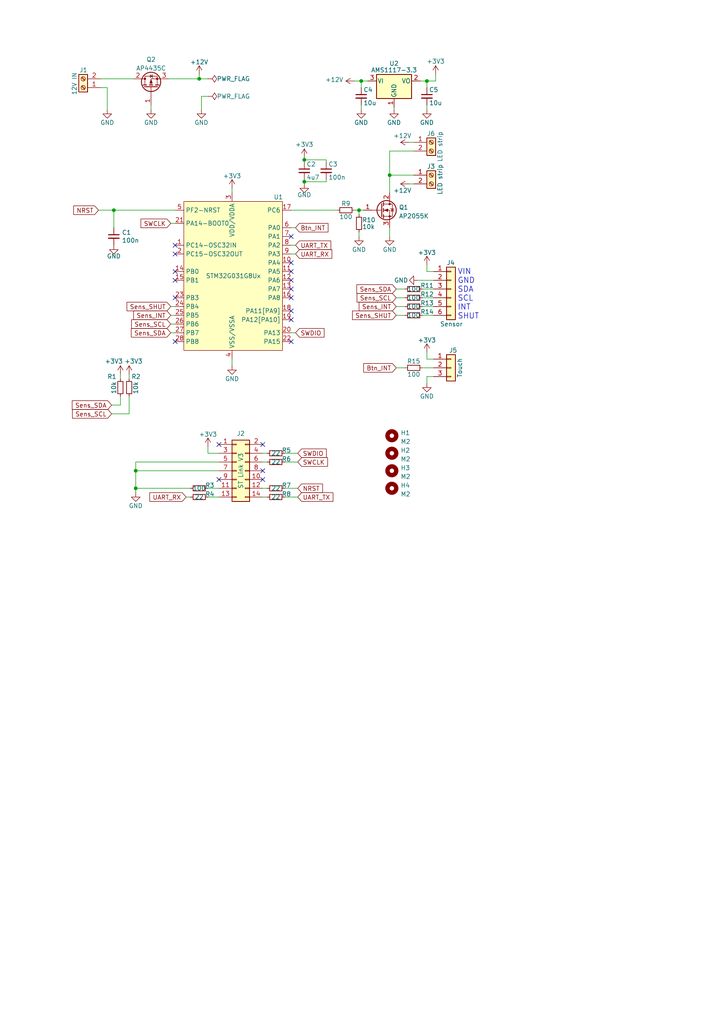
<source format=kicad_sch>
(kicad_sch (version 20211123) (generator eeschema)
  (paper "A4" portrait)
  (title_block (title "DiLight") (date "2022-08-23") (rev "1.1") (company "Anton Mukhin"))
  (lib_symbols
    (symbol "Connector:Screw_Terminal_01x02" (pin_names (offset 1.016) hide)
      (property "Reference" "J" (at 0 2.54 0))
      (property "Value" "Screw_Terminal_01x02" (at 0 -5.08 0))
      (symbol "Screw_Terminal_01x02_1_1"
        (rectangle (start -1.27 1.27) (end 1.27 -3.81) (stroke (width 0.254)) (fill (type background)))
        (circle (center 0 -2.54) (radius 0.635) (stroke (width 0.1524)))
        (polyline (pts (xy -0.5334 -2.2098) (xy 0.3302 -3.048)) (stroke (width 0.1524)))
        (polyline (pts (xy -0.5334 0.3302) (xy 0.3302 -0.508)) (stroke (width 0.1524)))
        (polyline (pts (xy -0.3556 -2.032) (xy 0.508 -2.8702)) (stroke (width 0.1524)))
        (polyline (pts (xy -0.3556 0.508) (xy 0.508 -0.3302)) (stroke (width 0.1524)))
        (circle (center 0 0) (radius 0.635) (stroke (width 0.1524)))
        (pin passive line (at -5.08 0 0) (length 3.81) (name "Pin_1") (number "1"))
        (pin passive line (at -5.08 -2.54 0) (length 3.81) (name "Pin_2") (number "2"))
      )
    )
    (symbol "Connector_Generic:Conn_01x03" (pin_names (offset 1.016) hide)
      (property "Reference" "J" (at 0 5.08 0))
      (property "Value" "Conn_01x03" (at 0 -5.08 0))
      (symbol "Conn_01x03_1_1"
        (rectangle (start -1.27 -2.413) (end 0 -2.667) (stroke (width 0.1524)))
        (rectangle (start -1.27 0.127) (end 0 -0.127) (stroke (width 0.1524)))
        (rectangle (start -1.27 2.667) (end 0 2.413) (stroke (width 0.1524)))
        (rectangle (start -1.27 3.81) (end 1.27 -3.81) (stroke (width 0.254)) (fill (type background)))
        (pin passive line (at -5.08 2.54 0) (length 3.81) (name "Pin_1") (number "1"))
        (pin passive line (at -5.08 0 0) (length 3.81) (name "Pin_2") (number "2"))
        (pin passive line (at -5.08 -2.54 0) (length 3.81) (name "Pin_3") (number "3"))
      )
    )
    (symbol "Connector_Generic:Conn_01x06" (pin_names (offset 1.016) hide)
      (property "Reference" "J" (at 0 7.62 0))
      (property "Value" "Conn_01x06" (at 0 -10.16 0))
      (symbol "Conn_01x06_1_1"
        (rectangle (start -1.27 -7.493) (end 0 -7.747) (stroke (width 0.1524)))
        (rectangle (start -1.27 -4.953) (end 0 -5.207) (stroke (width 0.1524)))
        (rectangle (start -1.27 -2.413) (end 0 -2.667) (stroke (width 0.1524)))
        (rectangle (start -1.27 0.127) (end 0 -0.127) (stroke (width 0.1524)))
        (rectangle (start -1.27 2.667) (end 0 2.413) (stroke (width 0.1524)))
        (rectangle (start -1.27 5.207) (end 0 4.953) (stroke (width 0.1524)))
        (rectangle (start -1.27 6.35) (end 1.27 -8.89) (stroke (width 0.254)) (fill (type background)))
        (pin passive line (at -5.08 5.08 0) (length 3.81) (name "Pin_1") (number "1"))
        (pin passive line (at -5.08 2.54 0) (length 3.81) (name "Pin_2") (number "2"))
        (pin passive line (at -5.08 0 0) (length 3.81) (name "Pin_3") (number "3"))
        (pin passive line (at -5.08 -2.54 0) (length 3.81) (name "Pin_4") (number "4"))
        (pin passive line (at -5.08 -5.08 0) (length 3.81) (name "Pin_5") (number "5"))
        (pin passive line (at -5.08 -7.62 0) (length 3.81) (name "Pin_6") (number "6"))
      )
    )
    (symbol "Connector_Generic:Conn_02x07_Odd_Even" (pin_names (offset 1.016) hide)
      (property "Reference" "J" (at 1.27 10.16 0))
      (property "Value" "Conn_02x07_Odd_Even" (at 1.27 -10.16 0))
      (symbol "Conn_02x07_Odd_Even_1_1"
        (rectangle (start -1.27 -7.493) (end 0 -7.747) (stroke (width 0.1524)))
        (rectangle (start -1.27 -4.953) (end 0 -5.207) (stroke (width 0.1524)))
        (rectangle (start -1.27 -2.413) (end 0 -2.667) (stroke (width 0.1524)))
        (rectangle (start -1.27 0.127) (end 0 -0.127) (stroke (width 0.1524)))
        (rectangle (start -1.27 2.667) (end 0 2.413) (stroke (width 0.1524)))
        (rectangle (start -1.27 5.207) (end 0 4.953) (stroke (width 0.1524)))
        (rectangle (start -1.27 7.747) (end 0 7.493) (stroke (width 0.1524)))
        (rectangle (start -1.27 8.89) (end 3.81 -8.89) (stroke (width 0.254)) (fill (type background)))
        (rectangle (start 3.81 -7.493) (end 2.54 -7.747) (stroke (width 0.1524)))
        (rectangle (start 3.81 -4.953) (end 2.54 -5.207) (stroke (width 0.1524)))
        (rectangle (start 3.81 -2.413) (end 2.54 -2.667) (stroke (width 0.1524)))
        (rectangle (start 3.81 0.127) (end 2.54 -0.127) (stroke (width 0.1524)))
        (rectangle (start 3.81 2.667) (end 2.54 2.413) (stroke (width 0.1524)))
        (rectangle (start 3.81 5.207) (end 2.54 4.953) (stroke (width 0.1524)))
        (rectangle (start 3.81 7.747) (end 2.54 7.493) (stroke (width 0.1524)))
        (pin passive line (at -5.08 7.62 0) (length 3.81) (name "Pin_1") (number "1"))
        (pin passive line (at 7.62 -2.54 180) (length 3.81) (name "Pin_10") (number "10"))
        (pin passive line (at -5.08 -5.08 0) (length 3.81) (name "Pin_11") (number "11"))
        (pin passive line (at 7.62 -5.08 180) (length 3.81) (name "Pin_12") (number "12"))
        (pin passive line (at -5.08 -7.62 0) (length 3.81) (name "Pin_13") (number "13"))
        (pin passive line (at 7.62 -7.62 180) (length 3.81) (name "Pin_14") (number "14"))
        (pin passive line (at 7.62 7.62 180) (length 3.81) (name "Pin_2") (number "2"))
        (pin passive line (at -5.08 5.08 0) (length 3.81) (name "Pin_3") (number "3"))
        (pin passive line (at 7.62 5.08 180) (length 3.81) (name "Pin_4") (number "4"))
        (pin passive line (at -5.08 2.54 0) (length 3.81) (name "Pin_5") (number "5"))
        (pin passive line (at 7.62 2.54 180) (length 3.81) (name "Pin_6") (number "6"))
        (pin passive line (at -5.08 0 0) (length 3.81) (name "Pin_7") (number "7"))
        (pin passive line (at 7.62 0 180) (length 3.81) (name "Pin_8") (number "8"))
        (pin passive line (at -5.08 -2.54 0) (length 3.81) (name "Pin_9") (number "9"))
      )
    )
    (symbol "Device:C_Small" (pin_numbers hide) (pin_names (offset 0.254) hide)
      (property "Reference" "C" (at 0.254 1.778 0))
      (property "Value" "C_Small" (at 0.254 -2.032 0))
      (symbol "C_Small_0_1"
        (polyline (pts (xy -1.524 -0.508) (xy 1.524 -0.508)) (stroke (width 0.3302)))
        (polyline (pts (xy -1.524 0.508) (xy 1.524 0.508)) (stroke (width 0.3048)))
      )
      (symbol "C_Small_1_1"
        (pin passive line (at 0 2.54 270) (length 2.032) (name "~") (number "1"))
        (pin passive line (at 0 -2.54 90) (length 2.032) (name "~") (number "2"))
      )
    )
    (symbol "Device:Q_NMOS_GDS" (pin_names (offset 0) hide)
      (property "Reference" "Q" (at 5.08 1.27 0))
      (property "Value" "Q_NMOS_GDS" (at 5.08 -1.27 0))
      (symbol "Q_NMOS_GDS_0_1"
        (polyline (pts (xy 0.254 0) (xy -2.54 0)))
        (polyline (pts (xy 0.254 1.905) (xy 0.254 -1.905)) (stroke (width 0.254)))
        (polyline (pts (xy 0.762 -1.27) (xy 0.762 -2.286)) (stroke (width 0.254)))
        (polyline (pts (xy 0.762 0.508) (xy 0.762 -0.508)) (stroke (width 0.254)))
        (polyline (pts (xy 0.762 2.286) (xy 0.762 1.27)) (stroke (width 0.254)))
        (polyline (pts (xy 2.54 2.54) (xy 2.54 1.778)))
        (polyline (pts (xy 2.54 -2.54) (xy 2.54 0) (xy 0.762 0)))
        (polyline (pts (xy 0.762 -1.778) (xy 3.302 -1.778) (xy 3.302 1.778) (xy 0.762 1.778)))
        (polyline (pts (xy 1.016 0) (xy 2.032 0.381) (xy 2.032 -0.381) (xy 1.016 0)) (fill (type outline)))
        (polyline (pts (xy 2.794 0.508) (xy 2.921 0.381) (xy 3.683 0.381) (xy 3.81 0.254)))
        (polyline (pts (xy 3.302 0.381) (xy 2.921 -0.254) (xy 3.683 -0.254) (xy 3.302 0.381)))
        (circle (center 1.651 0) (radius 2.794) (stroke (width 0.254)))
        (circle (center 2.54 -1.778) (radius 0.254) (fill (type outline)))
        (circle (center 2.54 1.778) (radius 0.254) (fill (type outline)))
      )
      (symbol "Q_NMOS_GDS_1_1"
        (pin input line (at -5.08 0 0) (length 2.54) (name "G") (number "1"))
        (pin passive line (at 2.54 5.08 270) (length 2.54) (name "D") (number "2"))
        (pin passive line (at 2.54 -5.08 90) (length 2.54) (name "S") (number "3"))
      )
    )
    (symbol "Device:Q_PMOS_GDS" (pin_names (offset 0) hide)
      (property "Reference" "Q" (at 5.08 1.27 0))
      (property "Value" "Q_PMOS_GDS" (at 5.08 -1.27 0))
      (symbol "Q_PMOS_GDS_0_1"
        (polyline (pts (xy 0.254 0) (xy -2.54 0)))
        (polyline (pts (xy 0.254 1.905) (xy 0.254 -1.905)) (stroke (width 0.254)))
        (polyline (pts (xy 0.762 -1.27) (xy 0.762 -2.286)) (stroke (width 0.254)))
        (polyline (pts (xy 0.762 0.508) (xy 0.762 -0.508)) (stroke (width 0.254)))
        (polyline (pts (xy 0.762 2.286) (xy 0.762 1.27)) (stroke (width 0.254)))
        (polyline (pts (xy 2.54 2.54) (xy 2.54 1.778)))
        (polyline (pts (xy 2.54 -2.54) (xy 2.54 0) (xy 0.762 0)))
        (polyline (pts (xy 0.762 1.778) (xy 3.302 1.778) (xy 3.302 -1.778) (xy 0.762 -1.778)))
        (polyline (pts (xy 2.286 0) (xy 1.27 0.381) (xy 1.27 -0.381) (xy 2.286 0)) (fill (type outline)))
        (polyline (pts (xy 2.794 -0.508) (xy 2.921 -0.381) (xy 3.683 -0.381) (xy 3.81 -0.254)))
        (polyline (pts (xy 3.302 -0.381) (xy 2.921 0.254) (xy 3.683 0.254) (xy 3.302 -0.381)))
        (circle (center 1.651 0) (radius 2.794) (stroke (width 0.254)))
        (circle (center 2.54 -1.778) (radius 0.254) (fill (type outline)))
        (circle (center 2.54 1.778) (radius 0.254) (fill (type outline)))
      )
      (symbol "Q_PMOS_GDS_1_1"
        (pin input line (at -5.08 0 0) (length 2.54) (name "G") (number "1"))
        (pin passive line (at 2.54 5.08 270) (length 2.54) (name "D") (number "2"))
        (pin passive line (at 2.54 -5.08 90) (length 2.54) (name "S") (number "3"))
      )
    )
    (symbol "Device:R_Small" (pin_numbers hide) (pin_names (offset 0.254) hide)
      (property "Reference" "R" (at 0.762 0.508 0))
      (property "Value" "R_Small" (at 0.762 -1.016 0))
      (symbol "R_Small_0_1"
        (rectangle (start -0.762 1.778) (end 0.762 -1.778) (stroke (width 0.2032)))
      )
      (symbol "R_Small_1_1"
        (pin passive line (at 0 2.54 270) (length 0.762) (name "~") (number "1"))
        (pin passive line (at 0 -2.54 90) (length 0.762) (name "~") (number "2"))
      )
    )
    (symbol "Mechanical:MountingHole" (pin_names (offset 1.016))
      (property "Reference" "H" (at 0 5.08 0))
      (property "Value" "MountingHole" (at 0 3.175 0))
      (symbol "MountingHole_0_1"
        (circle (center 0 0) (radius 1.27) (stroke (width 1.27)))
      )
    )
    (symbol "Regulator_Linear:AMS1117-3.3" (pin_names (offset 0.254))
      (property "Reference" "U" (at -3.81 3.175 0))
      (property "Value" "AMS1117-3.3" (at 0 3.175 0))
      (symbol "AMS1117-3.3_0_1"
        (rectangle (start -5.08 -5.08) (end 5.08 1.905) (stroke (width 0.254)) (fill (type background)))
      )
      (symbol "AMS1117-3.3_1_1"
        (pin power_in line (at 0 -7.62 90) (length 2.54) (name "GND") (number "1"))
        (pin power_out line (at 7.62 0 180) (length 2.54) (name "VO") (number "2"))
        (pin power_in line (at -7.62 0 0) (length 2.54) (name "VI") (number "3"))
      )
    )
    (symbol "my_additions:STM32G031G8Ux"
      (property "Reference" "U" (at -13.97 21.59 0))
      (property "Value" "STM32G031G8Ux" (at 1.905 21.59 0))
      (symbol "STM32G031G8Ux_0_1"
        (rectangle (start -13.97 20.32) (end 14.605 -22.86) (fill (type background)))
      )
      (symbol "STM32G031G8Ux_1_1"
        (pin bidirectional line (at -16.51 7.62 0) (length 2.54) (name "PC14-OSC32IN") (number "1"))
        (pin bidirectional line (at 17.145 2.54 180) (length 2.54) (name "PA4") (number "10"))
        (pin bidirectional line (at 17.145 0 180) (length 2.54) (name "PA5") (number "11"))
        (pin bidirectional line (at 17.145 -2.54 180) (length 2.54) (name "PA6") (number "12"))
        (pin bidirectional line (at 17.145 -5.08 180) (length 2.54) (name "PA7") (number "13"))
        (pin bidirectional line (at -16.51 0 0) (length 2.54) (name "PB0") (number "14"))
        (pin bidirectional line (at -16.51 -2.54 0) (length 2.54) (name "PB1") (number "15"))
        (pin bidirectional line (at 17.145 -7.62 180) (length 2.54) (name "PA8") (number "16"))
        (pin bidirectional line (at 17.145 17.78 180) (length 2.54) (name "PC6") (number "17"))
        (pin bidirectional line (at 17.145 -11.43 180) (length 2.54) (name "PA11[PA9]") (number "18"))
        (pin bidirectional line (at 17.145 -13.97 180) (length 2.54) (name "PA12[PA10]") (number "19"))
        (pin bidirectional line (at -16.51 5.08 0) (length 2.54) (name "PC15-OSC32OUT") (number "2"))
        (pin bidirectional line (at 17.145 -17.78 180) (length 2.54) (name "PA13") (number "20"))
        (pin bidirectional line (at -16.51 13.97 0) (length 2.54) (name "PA14-BOOT0") (number "21"))
        (pin bidirectional line (at 17.145 -20.32 180) (length 2.54) (name "PA15") (number "22"))
        (pin bidirectional line (at -16.51 -7.62 0) (length 2.54) (name "PB3") (number "23"))
        (pin bidirectional line (at -16.51 -10.16 0) (length 2.54) (name "PB4") (number "24"))
        (pin bidirectional line (at -16.51 -12.7 0) (length 2.54) (name "PB5") (number "25"))
        (pin bidirectional line (at -16.51 -15.24 0) (length 2.54) (name "PB6") (number "26"))
        (pin bidirectional line (at -16.51 -17.78 0) (length 2.54) (name "PB7") (number "27"))
        (pin bidirectional line (at -16.51 -20.32 0) (length 2.54) (name "PB8") (number "28"))
        (pin power_in line (at 0 22.86 270) (length 2.54) (name "VDD/VDDA") (number "3"))
        (pin power_in line (at 0 -25.4 90) (length 2.54) (name "VSS/VSSA") (number "4"))
        (pin bidirectional line (at -16.51 17.78 0) (length 2.54) (name "PF2-NRST") (number "5"))
        (pin bidirectional line (at 17.145 12.7 180) (length 2.54) (name "PA0") (number "6"))
        (pin bidirectional line (at 17.145 10.16 180) (length 2.54) (name "PA1") (number "7"))
        (pin bidirectional line (at 17.145 7.62 180) (length 2.54) (name "PA2") (number "8"))
        (pin bidirectional line (at 17.145 5.08 180) (length 2.54) (name "PA3") (number "9"))
      )
    )
    (symbol "power:+12V" (power) (pin_names (offset 0))
      (property "Value" "+12V" (at 0 3.556 0))
      (symbol "+12V_0_1"
        (polyline (pts (xy -0.762 1.27) (xy 0 2.54)))
        (polyline (pts (xy 0 0) (xy 0 2.54)))
        (polyline (pts (xy 0 2.54) (xy 0.762 1.27)))
      )
      (symbol "+12V_1_1"
        (pin power_in line (at 0 0 90) (length 0) hide (name "+12V") (number "1"))
      )
    )
    (symbol "power:+3V3" (power) (pin_names (offset 0))
      (property "Value" "+3V3" (at 0 3.556 0))
      (symbol "+3V3_0_1"
        (polyline (pts (xy -0.762 1.27) (xy 0 2.54)))
        (polyline (pts (xy 0 0) (xy 0 2.54)))
        (polyline (pts (xy 0 2.54) (xy 0.762 1.27)))
      )
      (symbol "+3V3_1_1"
        (pin power_in line (at 0 0 90) (length 0) hide (name "+3V3") (number "1"))
      )
    )
    (symbol "power:GND" (power) (pin_names (offset 0))
      (property "Value" "GND" (at 0 -3.81 0))
      (symbol "GND_0_1"
        (polyline (pts (xy 0 0) (xy 0 -1.27) (xy 1.27 -1.27) (xy 0 -2.54) (xy -1.27 -1.27) (xy 0 -1.27)))
      )
      (symbol "GND_1_1"
        (pin power_in line (at 0 0 270) (length 0) hide (name "GND") (number "1"))
      )
    )
    (symbol "power:PWR_FLAG" (power) (pin_numbers hide) (pin_names (offset 0) hide)
      (property "Value" "PWR_FLAG" (at 0 3.81 0))
      (symbol "PWR_FLAG_0_0"
        (pin power_out line (at 0 0 90) (length 0) (name "pwr") (number "1"))
      )
      (symbol "PWR_FLAG_0_1"
        (polyline (pts (xy 0 0) (xy 0 1.27) (xy -1.016 1.905) (xy 0 2.54) (xy 1.016 1.905) (xy 0 1.27)))
      )
    )
  )
  (junction (at 104.775 23.495))
  (junction (at 33.02 60.96))
  (junction (at 113.03 50.8))
  (junction (at 88.265 52.705))
  (junction (at 88.265 46.355))
  (junction (at 39.37 136.525))
  (junction (at 39.37 141.605))
  (junction (at 104.14 60.96))
  (junction (at 123.825 23.495))
  (junction (at 57.785 22.86))
  (no_connect (at 63.5 139.065))
  (no_connect (at 76.2 139.065))
  (no_connect (at 76.2 136.525))
  (no_connect (at 63.5 128.905))
  (no_connect (at 76.2 128.905))
  (no_connect (at 84.455 81.28))
  (no_connect (at 84.455 78.74))
  (no_connect (at 84.455 90.17))
  (no_connect (at 84.455 86.36))
  (no_connect (at 84.455 83.82))
  (no_connect (at 84.455 68.58))
  (no_connect (at 84.455 76.2))
  (no_connect (at 50.8 73.66))
  (no_connect (at 50.8 71.12))
  (no_connect (at 84.455 92.71))
  (no_connect (at 84.455 99.06))
  (no_connect (at 50.8 81.28))
  (no_connect (at 50.8 86.36))
  (no_connect (at 50.8 78.74))
  (no_connect (at 50.8 99.06))
  (wire (pts (xy 39.37 141.605) (xy 55.245 141.605)))
  (wire (pts (xy 104.14 60.96) (xy 104.14 62.23)))
  (wire (pts (xy 114.935 86.36) (xy 117.475 86.36)))
  (wire (pts (xy 33.02 66.04) (xy 33.02 60.96)))
  (wire (pts (xy 84.455 96.52) (xy 85.725 96.52)))
  (wire (pts (xy 34.925 117.475) (xy 32.385 117.475)))
  (wire (pts (xy 122.555 86.36) (xy 125.73 86.36)))
  (wire (pts (xy 104.775 25.4) (xy 104.775 23.495)))
  (wire (pts (xy 60.325 131.445) (xy 63.5 131.445)))
  (wire (pts (xy 125.73 104.14) (xy 123.825 104.14)))
  (wire (pts (xy 37.465 108.585) (xy 37.465 109.855)))
  (wire (pts (xy 114.935 88.9) (xy 117.475 88.9)))
  (wire (pts (xy 102.87 60.96) (xy 104.14 60.96)))
  (wire (pts (xy 39.37 136.525) (xy 39.37 141.605)))
  (wire (pts (xy 88.265 52.07) (xy 88.265 52.705)))
  (wire (pts (xy 49.53 96.52) (xy 50.8 96.52)))
  (wire (pts (xy 122.555 88.9) (xy 125.73 88.9)))
  (wire (pts (xy 104.14 60.96) (xy 105.41 60.96)))
  (wire (pts (xy 118.745 41.275) (xy 120.015 41.275)))
  (wire (pts (xy 82.55 144.145) (xy 86.36 144.145)))
  (wire (pts (xy 117.475 106.68) (xy 114.935 106.68)))
  (wire (pts (xy 76.2 141.605) (xy 77.47 141.605)))
  (wire (pts (xy 58.42 27.94) (xy 58.42 31.75)))
  (wire (pts (xy 126.365 21.59) (xy 126.365 23.495)))
  (wire (pts (xy 82.55 141.605) (xy 86.36 141.605)))
  (wire (pts (xy 88.265 46.355) (xy 88.265 45.72)))
  (wire (pts (xy 76.2 131.445) (xy 77.47 131.445)))
  (wire (pts (xy 49.53 64.77) (xy 50.8 64.77)))
  (wire (pts (xy 125.73 106.68) (xy 122.555 106.68)))
  (wire (pts (xy 39.37 136.525) (xy 63.5 136.525)))
  (wire (pts (xy 76.2 144.145) (xy 77.47 144.145)))
  (wire (pts (xy 33.02 60.96) (xy 50.8 60.96)))
  (wire (pts (xy 113.03 43.815) (xy 113.03 50.8)))
  (wire (pts (xy 39.37 133.985) (xy 39.37 136.525)))
  (wire (pts (xy 60.325 141.605) (xy 63.5 141.605)))
  (wire (pts (xy 76.2 133.985) (xy 77.47 133.985)))
  (wire (pts (xy 123.825 104.14) (xy 123.825 102.235)))
  (wire (pts (xy 60.325 27.94) (xy 58.42 27.94)))
  (wire (pts (xy 34.925 114.935) (xy 34.925 117.475)))
  (wire (pts (xy 67.31 104.14) (xy 67.31 106.045)))
  (wire (pts (xy 122.555 91.44) (xy 125.73 91.44)))
  (wire (pts (xy 120.015 43.815) (xy 113.03 43.815)))
  (wire (pts (xy 104.775 31.75) (xy 104.775 30.48)))
  (wire (pts (xy 39.37 142.875) (xy 39.37 141.605)))
  (wire (pts (xy 28.575 60.96) (xy 33.02 60.96)))
  (wire (pts (xy 114.935 91.44) (xy 117.475 91.44)))
  (wire (pts (xy 94.615 46.355) (xy 94.615 46.99)))
  (wire (pts (xy 49.53 88.9) (xy 50.8 88.9)))
  (wire (pts (xy 123.825 76.835) (xy 123.825 78.74)))
  (wire (pts (xy 82.55 133.985) (xy 86.36 133.985)))
  (wire (pts (xy 29.21 25.4) (xy 31.115 25.4)))
  (wire (pts (xy 84.455 60.96) (xy 97.79 60.96)))
  (wire (pts (xy 88.265 52.705) (xy 88.265 53.34)))
  (wire (pts (xy 57.785 22.86) (xy 57.785 21.59)))
  (wire (pts (xy 94.615 52.07) (xy 94.615 52.705)))
  (wire (pts (xy 123.825 31.75) (xy 123.825 30.48)))
  (wire (pts (xy 88.265 46.355) (xy 94.615 46.355)))
  (wire (pts (xy 104.775 23.495) (xy 106.68 23.495)))
  (wire (pts (xy 49.53 93.98) (xy 50.8 93.98)))
  (wire (pts (xy 104.14 67.31) (xy 104.14 68.58)))
  (wire (pts (xy 43.815 30.48) (xy 43.815 31.75)))
  (wire (pts (xy 53.975 144.145) (xy 55.245 144.145)))
  (wire (pts (xy 123.825 25.4) (xy 123.825 23.495)))
  (wire (pts (xy 94.615 52.705) (xy 88.265 52.705)))
  (wire (pts (xy 88.265 46.99) (xy 88.265 46.355)))
  (wire (pts (xy 34.925 108.585) (xy 34.925 109.855)))
  (wire (pts (xy 57.785 22.86) (xy 60.325 22.86)))
  (wire (pts (xy 67.31 54.61) (xy 67.31 55.88)))
  (wire (pts (xy 60.325 129.54) (xy 60.325 131.445)))
  (wire (pts (xy 123.825 109.22) (xy 123.825 111.125)))
  (wire (pts (xy 113.03 66.04) (xy 113.03 68.58)))
  (wire (pts (xy 102.87 23.495) (xy 104.775 23.495)))
  (wire (pts (xy 32.385 120.015) (xy 37.465 120.015)))
  (wire (pts (xy 29.21 22.86) (xy 38.735 22.86)))
  (wire (pts (xy 84.455 71.12) (xy 85.725 71.12)))
  (wire (pts (xy 49.53 91.44) (xy 50.8 91.44)))
  (wire (pts (xy 82.55 131.445) (xy 86.36 131.445)))
  (wire (pts (xy 125.73 109.22) (xy 123.825 109.22)))
  (wire (pts (xy 126.365 23.495) (xy 123.825 23.495)))
  (wire (pts (xy 37.465 120.015) (xy 37.465 114.935)))
  (wire (pts (xy 113.03 50.8) (xy 113.03 55.88)))
  (wire (pts (xy 63.5 133.985) (xy 39.37 133.985)))
  (wire (pts (xy 48.895 22.86) (xy 57.785 22.86)))
  (wire (pts (xy 60.325 144.145) (xy 63.5 144.145)))
  (wire (pts (xy 84.455 66.04) (xy 85.725 66.04)))
  (wire (pts (xy 84.455 73.66) (xy 85.725 73.66)))
  (wire (pts (xy 118.745 53.34) (xy 120.015 53.34)))
  (wire (pts (xy 121.285 81.28) (xy 125.73 81.28)))
  (wire (pts (xy 114.935 83.82) (xy 117.475 83.82)))
  (wire (pts (xy 113.03 50.8) (xy 120.015 50.8)))
  (wire (pts (xy 122.555 83.82) (xy 125.73 83.82)))
  (wire (pts (xy 121.92 23.495) (xy 123.825 23.495)))
  (wire (pts (xy 114.3 31.115) (xy 114.3 31.75)))
  (wire (pts (xy 123.825 78.74) (xy 125.73 78.74)))
  (wire (pts (xy 31.115 25.4) (xy 31.115 31.75)))
  (text "VIN\nGND\nSDA\nSCL\nINT\nSHUT" (at 132.715 92.71 0) (effects (font (size 1.6 1.6)) (justify left bottom)))
  (global_label "Sens_SCL" (shape input) (at 32.385 120.015 180) (property "Intersheet References" "${INTERSHEET_REFS}" (effects hide)))
  (global_label "Sens_SCL" (shape input) (at 49.53 93.98 180) (property "Intersheet References" "${INTERSHEET_REFS}" (effects hide)))
  (global_label "Btn_INT" (shape input) (at 114.935 106.68 180) (property "Intersheet References" "${INTERSHEET_REFS}" (effects hide)))
  (global_label "SWDIO" (shape input) (at 86.36 131.445 0) (property "Intersheet References" "${INTERSHEET_REFS}" (effects hide)))
  (global_label "NRST" (shape input) (at 86.36 141.605 0) (property "Intersheet References" "${INTERSHEET_REFS}" (effects hide)))
  (global_label "Sens_SDA" (shape input) (at 49.53 96.52 180) (property "Intersheet References" "${INTERSHEET_REFS}" (effects hide)))
  (global_label "Btn_INT" (shape input) (at 85.725 66.04 0) (property "Intersheet References" "${INTERSHEET_REFS}" (effects hide)))
  (global_label "Sens_SDA" (shape input) (at 114.935 83.82 180) (property "Intersheet References" "${INTERSHEET_REFS}" (effects hide)))
  (global_label "UART_TX" (shape input) (at 86.36 144.145 0) (property "Intersheet References" "${INTERSHEET_REFS}" (effects hide)))
  (global_label "Sens_SHUT" (shape input) (at 49.53 88.9 180) (property "Intersheet References" "${INTERSHEET_REFS}" (effects hide)))
  (global_label "SWCLK" (shape input) (at 49.53 64.77 180) (property "Intersheet References" "${INTERSHEET_REFS}" (effects hide)))
  (global_label "NRST" (shape input) (at 28.575 60.96 180) (property "Intersheet References" "${INTERSHEET_REFS}" (effects hide)))
  (global_label "Sens_SCL" (shape input) (at 114.935 86.36 180) (property "Intersheet References" "${INTERSHEET_REFS}" (effects hide)))
  (global_label "SWDIO" (shape input) (at 85.725 96.52 0) (property "Intersheet References" "${INTERSHEET_REFS}" (effects hide)))
  (global_label "SWCLK" (shape input) (at 86.36 133.985 0) (property "Intersheet References" "${INTERSHEET_REFS}" (effects hide)))
  (global_label "Sens_SDA" (shape input) (at 32.385 117.475 180) (property "Intersheet References" "${INTERSHEET_REFS}" (effects hide)))
  (global_label "Sens_SHUT" (shape input) (at 114.935 91.44 180) (property "Intersheet References" "${INTERSHEET_REFS}" (effects hide)))
  (global_label "Sens_INT" (shape input) (at 49.53 91.44 180) (property "Intersheet References" "${INTERSHEET_REFS}" (effects hide)))
  (global_label "UART_TX" (shape input) (at 85.725 71.12 0) (property "Intersheet References" "${INTERSHEET_REFS}" (effects hide)))
  (global_label "Sens_INT" (shape input) (at 114.935 88.9 180) (property "Intersheet References" "${INTERSHEET_REFS}" (effects hide)))
  (global_label "UART_RX" (shape input) (at 53.975 144.145 180) (property "Intersheet References" "${INTERSHEET_REFS}" (effects hide)))
  (global_label "UART_RX" (shape input) (at 85.725 73.66 0) (property "Intersheet References" "${INTERSHEET_REFS}" (effects hide)))
  (symbol (lib_id "power:+12V") (at 118.745 41.275 90) (unit 1)
    (property "Reference" "#PWR024" (effects hide))
    (property "Value" "+12V" (at 119.38 39.37 90) (effects (justify left)))
  )
  (symbol (lib_id "Device:R_Small") (at 57.785 141.605 270) (mirror x) (unit 1)
    (property "Reference" "R3" (at 60.872 140.7356 90))
    (property "Value" "100" (at 57.785 141.605 90))
    (property "Footprint" "Resistor_SMD:R_0805_2012Metric_Pad1.20x1.40mm_HandSolder" (effects hide))
  )
  (symbol (lib_id "power:GND") (at 104.14 68.58 0) (unit 1)
    (property "Reference" "#PWR017" (effects hide))
    (property "Value" "GND" (at 104.14 72.39 0))
  )
  (symbol (lib_id "power:+12V") (at 57.785 21.59 0) (unit 1)
    (property "Reference" "#PWR06" (effects hide))
    (property "Value" "+12V" (at 57.785 18.0142 0))
  )
  (symbol (lib_id "power:+3V3") (at 60.325 129.54 0) (mirror y) (unit 1)
    (property "Reference" "#PWR09" (effects hide))
    (property "Value" "+3V3" (at 60.325 125.9642 0))
  )
  (symbol (lib_id "power:GND") (at 123.825 111.125 0) (mirror y) (unit 1)
    (property "Reference" "#PWR023" (effects hide))
    (property "Value" "GND" (at 123.825 114.935 0))
  )
  (symbol (lib_id "Device:R_Small") (at 80.01 131.445 270) (mirror x) (unit 1)
    (property "Reference" "R5" (at 83.097 130.5756 90))
    (property "Value" "22" (at 80.01 131.445 90))
    (property "Footprint" "Resistor_SMD:R_0805_2012Metric_Pad1.20x1.40mm_HandSolder" (effects hide))
  )
  (symbol (lib_id "Device:R_Small") (at 80.01 144.145 270) (mirror x) (unit 1)
    (property "Reference" "R8" (at 83.097 143.2756 90))
    (property "Value" "22" (at 80.01 144.145 90))
    (property "Footprint" "Resistor_SMD:R_0805_2012Metric_Pad1.20x1.40mm_HandSolder" (effects hide))
  )
  (symbol (lib_id "power:+3V3") (at 123.825 76.835 0) (unit 1)
    (property "Reference" "#PWR021" (effects hide))
    (property "Value" "+3V3" (at 123.825 73.2592 0))
  )
  (symbol (lib_id "power:+3V3") (at 123.825 102.235 0) (mirror y) (unit 1)
    (property "Reference" "#PWR022" (effects hide))
    (property "Value" "+3V3" (at 123.825 98.6592 0))
  )
  (symbol (lib_id "power:PWR_FLAG") (at 60.325 22.86 270) (unit 1)
    (property "Reference" "#FLG01" (effects hide))
    (property "Value" "PWR_FLAG" (at 62.865 22.86 90) (effects (justify left)))
  )
  (symbol (lib_id "Connector:Screw_Terminal_01x02") (at 125.095 41.275 0) (unit 1)
    (property "Reference" "J6" (at 123.825 38.735 0) (effects (justify left)))
    (property "Value" "LED strip" (at 127.635 46.99 90) (effects (justify left)))
    (property "Footprint" "TerminalBlock_Phoenix:TerminalBlock_Phoenix_PT-1,5-2-5.0-H_1x02_P5.00mm_Horizontal" (effects hide))
  )
  (symbol (lib_id "Device:R_Small") (at 34.925 112.395 0) (unit 1)
    (property "Reference" "R1" (at 31.115 109.22 0) (effects (justify left)))
    (property "Value" "10k" (at 33.02 114.3 90) (effects (justify left)))
    (property "Footprint" "Resistor_SMD:R_0805_2012Metric_Pad1.20x1.40mm_HandSolder" (effects hide))
  )
  (symbol (lib_id "power:GND") (at 33.02 71.12 0) (unit 1)
    (property "Reference" "#PWR01" (effects hide))
    (property "Value" "GND" (at 33.02 74.295 0))
  )
  (symbol (lib_id "power:+3V3") (at 88.265 45.72 0) (unit 1)
    (property "Reference" "#PWR07" (effects hide))
    (property "Value" "+3V3" (at 88.265 41.91 0))
  )
  (symbol (lib_id "power:GND") (at 123.825 31.75 0) (unit 1)
    (property "Reference" "#PWR015" (effects hide))
    (property "Value" "GND" (at 123.825 35.56 0))
  )
  (symbol (lib_id "Device:C_Small") (at 104.775 27.94 0) (unit 1)
    (property "Reference" "C4" (at 105.41 26.035 0) (effects (justify left)))
    (property "Value" "10u" (at 105.41 29.845 0) (effects (justify left)))
    (property "Footprint" "Capacitor_SMD:C_0805_2012Metric_Pad1.18x1.45mm_HandSolder" (effects hide))
  )
  (symbol (lib_id "Device:C_Small") (at 123.825 27.94 0) (unit 1)
    (property "Reference" "C5" (at 124.46 26.035 0) (effects (justify left)))
    (property "Value" "10u" (at 124.46 29.845 0) (effects (justify left)))
    (property "Footprint" "Capacitor_SMD:C_0805_2012Metric_Pad1.18x1.45mm_HandSolder" (effects hide))
  )
  (symbol (lib_id "power:GND") (at 104.775 31.75 0) (unit 1)
    (property "Reference" "#PWR013" (effects hide))
    (property "Value" "GND" (at 104.775 35.56 0))
  )
  (symbol (lib_id "Device:Q_NMOS_GDS") (at 110.49 60.96 0) (unit 1)
    (property "Reference" "Q1" (at 115.697 60.1253 0) (effects (justify left)))
    (property "Value" "AP2055K" (at 115.697 62.6622 0) (effects (justify left)))
    (property "Footprint" "Package_TO_SOT_SMD:TO-252-2" (effects hide))
  )
  (symbol (lib_id "power:+3V3") (at 126.365 21.59 0) (unit 1)
    (property "Reference" "#PWR016" (effects hide))
    (property "Value" "+3V3" (at 126.365 17.78 0))
  )
  (symbol (lib_id "Device:Q_PMOS_GDS") (at 43.815 25.4 90) (unit 1)
    (property "Reference" "Q2" (at 43.815 17.2552 90))
    (property "Value" "AP4435C" (at 43.815 19.7921 90))
    (property "Footprint" "my_additions:SOP-8_PMOS_GDS" (effects hide))
  )
  (symbol (lib_id "Device:C_Small") (at 88.265 49.53 0) (unit 1)
    (property "Reference" "C2" (at 88.9 47.625 0) (effects (justify left)))
    (property "Value" "4u7" (at 88.9 51.435 0) (effects (justify left)))
    (property "Footprint" "Capacitor_SMD:C_0805_2012Metric_Pad1.18x1.45mm_HandSolder" (effects hide))
  )
  (symbol (lib_id "Device:R_Small") (at 100.33 60.96 90) (unit 1)
    (property "Reference" "R9" (at 100.33 59.055 90))
    (property "Value" "100" (at 100.33 62.865 90))
    (property "Footprint" "Resistor_SMD:R_0805_2012Metric_Pad1.20x1.40mm_HandSolder" (effects hide))
  )
  (symbol (lib_id "Device:R_Small") (at 120.015 88.9 90) (unit 1)
    (property "Reference" "R13" (at 123.8885 87.8835 90))
    (property "Value" "100" (at 120.015 88.9 90))
    (property "Footprint" "Resistor_SMD:R_0805_2012Metric_Pad1.20x1.40mm_HandSolder" (effects hide))
  )
  (symbol (lib_id "Mechanical:MountingHole") (at 113.665 126.365 0) (unit 1)
    (property "Reference" "H1" (at 116.205 125.5303 0) (effects (justify left)))
    (property "Value" "M2" (at 116.205 128.0672 0) (effects (justify left)))
    (property "Footprint" "MountingHole:MountingHole_2.2mm_M2_DIN965" (effects hide))
  )
  (symbol (lib_id "Device:C_Small") (at 94.615 49.53 0) (unit 1)
    (property "Reference" "C3" (at 95.25 47.625 0) (effects (justify left)))
    (property "Value" "100n" (at 95.25 51.435 0) (effects (justify left)))
    (property "Footprint" "Capacitor_SMD:C_0805_2012Metric_Pad1.18x1.45mm_HandSolder" (effects hide))
  )
  (symbol (lib_id "Mechanical:MountingHole") (at 113.665 141.605 0) (unit 1)
    (property "Reference" "H4" (at 116.205 140.7703 0) (effects (justify left)))
    (property "Value" "M2" (at 116.205 143.3072 0) (effects (justify left)))
    (property "Footprint" "MountingHole:MountingHole_2.2mm_M2_DIN965" (effects hide))
  )
  (symbol (lib_id "power:PWR_FLAG") (at 60.325 27.94 270) (unit 1)
    (property "Reference" "#FLG0101" (effects hide))
    (property "Value" "PWR_FLAG" (at 62.865 27.94 90) (effects (justify left)))
  )
  (symbol (lib_id "power:+3V3") (at 37.465 108.585 0) (unit 1)
    (property "Reference" "#PWR03" (effects hide))
    (property "Value" "+3V3" (at 38.735 104.775 0))
  )
  (symbol (lib_id "Device:R_Small") (at 80.01 133.985 270) (mirror x) (unit 1)
    (property "Reference" "R6" (at 83.097 133.1156 90))
    (property "Value" "22" (at 80.01 133.985 90))
    (property "Footprint" "Resistor_SMD:R_0805_2012Metric_Pad1.20x1.40mm_HandSolder" (effects hide))
  )
  (symbol (lib_id "Connector:Screw_Terminal_01x02") (at 24.13 25.4 180) (unit 1)
    (property "Reference" "J1" (at 25.4 20.32 0) (effects (justify left)))
    (property "Value" "12V IN" (at 21.59 20.955 90) (effects (justify left)))
    (property "Footprint" "TerminalBlock_Phoenix:TerminalBlock_Phoenix_PT-1,5-2-5.0-H_1x02_P5.00mm_Horizontal" (effects hide))
  )
  (symbol (lib_id "Connector_Generic:Conn_02x07_Odd_Even") (at 68.58 136.525 0) (unit 1)
    (property "Reference" "J2" (at 69.85 125.73 0))
    (property "Value" "ST Link V3" (at 69.85 136.525 90))
    (property "Footprint" "Connector_PinHeader_1.27mm:PinHeader_2x07_P1.27mm_Vertical_SMD" (effects hide))
  )
  (symbol (lib_id "power:GND") (at 43.815 31.75 0) (unit 1)
    (property "Reference" "#PWR025" (effects hide))
    (property "Value" "GND" (at 43.815 35.56 0))
  )
  (symbol (lib_id "Device:R_Small") (at 80.01 141.605 270) (mirror x) (unit 1)
    (property "Reference" "R7" (at 83.097 140.7356 90))
    (property "Value" "22" (at 80.01 141.605 90))
    (property "Footprint" "Resistor_SMD:R_0805_2012Metric_Pad1.20x1.40mm_HandSolder" (effects hide))
  )
  (symbol (lib_id "Device:R_Small") (at 120.015 83.82 90) (unit 1)
    (property "Reference" "R11" (at 123.8885 82.8035 90))
    (property "Value" "100" (at 120.015 83.82 90))
    (property "Footprint" "Resistor_SMD:R_0805_2012Metric_Pad1.20x1.40mm_HandSolder" (effects hide))
  )
  (symbol (lib_id "power:GND") (at 88.265 53.34 0) (unit 1)
    (property "Reference" "#PWR08" (effects hide))
    (property "Value" "GND" (at 88.265 56.515 0))
  )
  (symbol (lib_id "power:GND") (at 31.115 31.75 0) (unit 1)
    (property "Reference" "#PWR04" (effects hide))
    (property "Value" "GND" (at 31.115 35.56 0))
  )
  (symbol (lib_id "Regulator_Linear:AMS1117-3.3") (at 114.3 23.495 0) (unit 1)
    (property "Reference" "U2" (at 114.3 18.415 0))
    (property "Value" "AMS1117-3.3" (at 114.3 20.32 0))
    (property "Footprint" "Package_TO_SOT_SMD:SOT-223-3_TabPin2" (effects hide))
    (property "Datasheet" "http://www.advanced-monolithic.com/pdf/ds1117.pdf" (effects hide))
  )
  (symbol (lib_id "my_additions:STM32G031G8Ux") (at 67.31 78.74 0) (unit 1)
    (property "Reference" "U1" (at 79.375 57.15 0) (effects (justify left)))
    (property "Value" "STM32G031G8Ux" (at 59.69 80.01 0) (effects (justify left)))
    (property "Footprint" "Package_DFN_QFN:QFN-28_4x4mm_P0.5mm" (effects hide))
    (property "Datasheet" "https://www.st.com/resource/en/datasheet/stm32g031g8.pdf" (effects hide))
  )
  (symbol (lib_id "power:+3V3") (at 67.31 54.61 0) (unit 1)
    (property "Reference" "#PWR010" (effects hide))
    (property "Value" "+3V3" (at 67.31 51.0342 0))
  )
  (symbol (lib_id "power:GND") (at 39.37 142.875 0) (unit 1)
    (property "Reference" "#PWR05" (effects hide))
    (property "Value" "GND" (at 39.37 146.685 0))
  )
  (symbol (lib_id "power:GND") (at 114.3 31.75 0) (unit 1)
    (property "Reference" "#PWR014" (effects hide))
    (property "Value" "GND" (at 114.3 35.56 0))
  )
  (symbol (lib_id "Mechanical:MountingHole") (at 113.665 136.525 0) (unit 1)
    (property "Reference" "H3" (at 116.205 135.6903 0) (effects (justify left)))
    (property "Value" "M2" (at 116.205 138.2272 0) (effects (justify left)))
    (property "Footprint" "MountingHole:MountingHole_2.2mm_M2_DIN965" (effects hide))
  )
  (symbol (lib_id "power:+3V3") (at 34.925 108.585 0) (unit 1)
    (property "Reference" "#PWR02" (effects hide))
    (property "Value" "+3V3" (at 33.02 104.775 0))
  )
  (symbol (lib_id "Mechanical:MountingHole") (at 113.665 131.445 0) (unit 1)
    (property "Reference" "H2" (at 116.205 130.6103 0) (effects (justify left)))
    (property "Value" "M2" (at 116.205 133.1472 0) (effects (justify left)))
    (property "Footprint" "MountingHole:MountingHole_2.2mm_M2_DIN965" (effects hide))
  )
  (symbol (lib_id "power:GND") (at 113.03 68.58 0) (unit 1)
    (property "Reference" "#PWR019" (effects hide))
    (property "Value" "GND" (at 113.03 72.39 0))
  )
  (symbol (lib_id "power:GND") (at 58.42 31.75 0) (unit 1)
    (property "Reference" "#PWR0101" (effects hide))
    (property "Value" "GND" (at 58.42 35.56 0))
  )
  (symbol (lib_id "Device:R_Small") (at 120.015 106.68 270) (mirror x) (unit 1)
    (property "Reference" "R15" (at 120.015 104.775 90))
    (property "Value" "100" (at 120.015 108.585 90))
    (property "Footprint" "Resistor_SMD:R_0805_2012Metric_Pad1.20x1.40mm_HandSolder" (effects hide))
  )
  (symbol (lib_id "power:+12V") (at 102.87 23.495 90) (unit 1)
    (property "Reference" "#PWR012" (effects hide))
    (property "Value" "+12V" (at 99.6188 23.114 90) (effects (justify left)))
  )
  (symbol (lib_id "Device:R_Small") (at 37.465 112.395 0) (unit 1)
    (property "Reference" "R2" (at 38.1 109.22 0) (effects (justify left)))
    (property "Value" "10k" (at 39.37 114.3 90) (effects (justify left)))
    (property "Footprint" "Resistor_SMD:R_0805_2012Metric_Pad1.20x1.40mm_HandSolder" (effects hide))
  )
  (symbol (lib_id "Device:R_Small") (at 120.015 86.36 90) (unit 1)
    (property "Reference" "R12" (at 123.8885 85.3435 90))
    (property "Value" "100" (at 120.015 86.36 90))
    (property "Footprint" "Resistor_SMD:R_0805_2012Metric_Pad1.20x1.40mm_HandSolder" (effects hide))
  )
  (symbol (lib_id "Device:R_Small") (at 120.015 91.44 90) (unit 1)
    (property "Reference" "R14" (at 123.8885 90.4235 90))
    (property "Value" "100" (at 120.015 91.44 90))
    (property "Footprint" "Resistor_SMD:R_0805_2012Metric_Pad1.20x1.40mm_HandSolder" (effects hide))
  )
  (symbol (lib_id "power:GND") (at 121.285 81.28 270) (unit 1)
    (property "Reference" "#PWR020" (effects hide))
    (property "Value" "GND" (at 114.3 81.28 90) (effects (justify left)))
  )
  (symbol (lib_id "Device:R_Small") (at 104.14 64.77 0) (unit 1)
    (property "Reference" "R10" (at 105.0317 63.781 0) (effects (justify left)))
    (property "Value" "10k" (at 105.0674 65.7453 0) (effects (justify left)))
    (property "Footprint" "Resistor_SMD:R_0805_2012Metric_Pad1.20x1.40mm_HandSolder" (effects hide))
  )
  (symbol (lib_id "Connector:Screw_Terminal_01x02") (at 125.095 50.8 0) (unit 1)
    (property "Reference" "J3" (at 123.825 48.26 0) (effects (justify left)))
    (property "Value" "LED strip" (at 127.635 56.515 90) (effects (justify left)))
    (property "Footprint" "TerminalBlock_Phoenix:TerminalBlock_Phoenix_PT-1,5-2-5.0-H_1x02_P5.00mm_Horizontal" (effects hide))
  )
  (symbol (lib_id "power:+12V") (at 118.745 53.34 90) (unit 1)
    (property "Reference" "#PWR018" (effects hide))
    (property "Value" "+12V" (at 119.38 55.245 90) (effects (justify left)))
  )
  (symbol (lib_id "Connector_Generic:Conn_01x06") (at 130.81 83.82 0) (unit 1)
    (property "Reference" "J4" (at 129.54 76.2 0) (effects (justify left)))
    (property "Value" "Sensor" (at 127.635 93.98 0) (effects (justify left)))
    (property "Footprint" "Connector_PinHeader_2.54mm:PinHeader_1x06_P2.54mm_Vertical" (effects hide))
  )
  (symbol (lib_id "Connector_Generic:Conn_01x03") (at 130.81 106.68 0) (unit 1)
    (property "Reference" "J5" (at 131.445 101.6 0))
    (property "Value" "Touch" (at 133.35 106.68 90))
    (property "Footprint" "Connector_PinHeader_2.54mm:PinHeader_1x03_P2.54mm_Vertical" (effects hide))
  )
  (symbol (lib_id "Device:R_Small") (at 57.785 144.145 270) (mirror x) (unit 1)
    (property "Reference" "R4" (at 60.872 143.2756 90))
    (property "Value" "22" (at 57.785 144.145 90))
    (property "Footprint" "Resistor_SMD:R_0805_2012Metric_Pad1.20x1.40mm_HandSolder" (effects hide))
  )
  (symbol (lib_id "Device:C_Small") (at 33.02 68.58 0) (unit 1)
    (property "Reference" "C1" (at 35.3568 67.4116 0) (effects (justify left)))
    (property "Value" "100n" (at 35.3568 69.723 0) (effects (justify left)))
    (property "Footprint" "Capacitor_SMD:C_0805_2012Metric_Pad1.18x1.45mm_HandSolder" (effects hide))
  )
  (symbol (lib_id "power:GND") (at 67.31 106.045 0) (unit 1)
    (property "Reference" "#PWR011" (effects hide))
    (property "Value" "GND" (at 67.31 109.855 0))
  )
)
</source>
